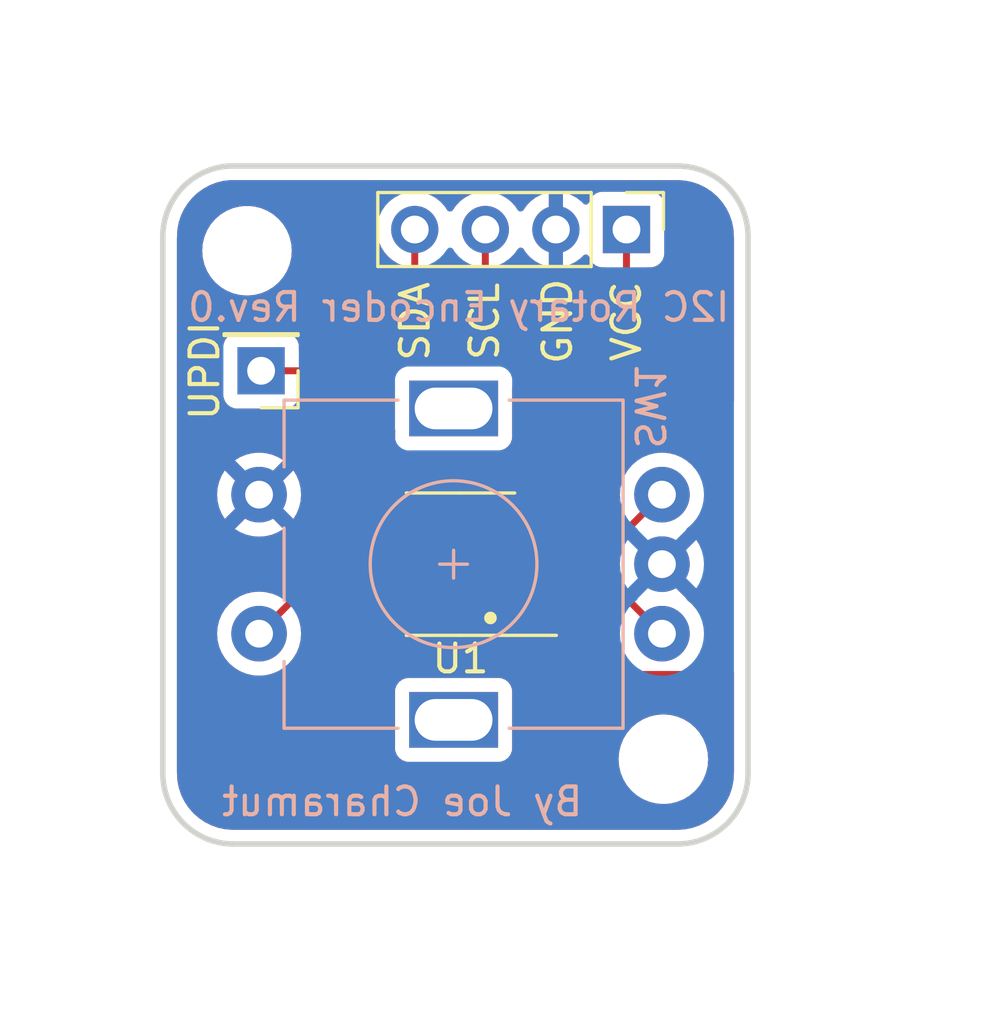
<source format=kicad_pcb>
(kicad_pcb (version 20211014) (generator pcbnew)
  (layers (0 "F.Cu" signal) (31 "B.Cu" signal) (34 "B.Paste" user) (35 "F.Paste" user) (36 "B.SilkS" user "B.Silkscreen") (37 "F.SilkS" user "F.Silkscreen") (38 "B.Mask" user) (39 "F.Mask" user) (44 "Edge.Cuts" user))
  (net 0 "")
  (net 1 "/VCC")
  (net 2 "/GND")
  (net 3 "/SDA")
  (net 4 "/SCL")
  (net 5 "/UPDI")
  (net 6 "Net-(SW1-PadS1)")
  (net 7 "Net-(U1-Pad3)")
  (net 8 "Net-(U1-Pad2)")
  (footprint "Connector_PinHeader_2.54mm:PinHeader_1x04_P2.54mm_Vertical" (layer "F.Cu") (at 35.248 26.67 -90)
    (fp_text reference "J1" hide)
    (fp_text value "Conn_01x04" hide)
    (fp_line (start -1.33 1.27) (end -1.33 8.95) (layer "F.SilkS") (width 0.12))
    (fp_line (start -1.33 -1.33) (end 0 -1.33) (layer "F.SilkS") (width 0.12))
    (fp_line (start 1.33 1.27) (end 1.33 8.95) (layer "F.SilkS") (width 0.12))
    (fp_line (start -1.33 8.95) (end 1.33 8.95) (layer "F.SilkS") (width 0.12))
    (fp_line (start -1.33 0) (end -1.33 -1.33) (layer "F.SilkS") (width 0.12))
    (fp_line (start -1.33 1.27) (end 1.33 1.27) (layer "F.SilkS") (width 0.12))
    (pad "1" thru_hole rect (at 0 0 270) (size 1.7 1.7) (drill 1) (layers *.Cu *.Mask) (net 1 "/VCC"))
    (pad "2" thru_hole oval (at 0 2.54 270) (size 1.7 1.7) (drill 1) (layers *.Cu *.Mask) (net 2 "/GND"))
    (pad "3" thru_hole oval (at 0 5.08 270) (size 1.7 1.7) (drill 1) (layers *.Cu *.Mask) (net 3 "/SDA"))
    (pad "4" thru_hole oval (at 0 7.62 270) (size 1.7 1.7) (drill 1) (layers *.Cu *.Mask) (net 4 "/SCL"))
  )
  (footprint "MountingHole:MountingHole_2.2mm_M2" (layer "F.Cu") (at 36.576 45.72)
    (fp_text reference "M1" hide)
    (fp_text value "MountingHole_2.2mm_M2" hide)
    (pad "" np_thru_hole circle (at 0 0) (size 2.2 2.2) (drill 2.2) (layers *.Cu *.Mask))
  )
  (footprint "MountingHole:MountingHole_2.2mm_M2" (layer "F.Cu") (at 21.59 27.432)
    (fp_text reference "M2" hide)
    (fp_text value "MountingHole_2.2mm_M2" hide)
    (pad "" np_thru_hole circle (at 0 0) (size 2.2 2.2) (drill 2.2) (layers *.Cu *.Mask))
  )
  (footprint "Connector_PinHeader_2.54mm:PinHeader_1x01_P2.54mm_Vertical" (layer "F.Cu") (at 22.098 31.75 180)
    (fp_text reference "J2" hide)
    (fp_text value "Conn_01x01" hide)
    (fp_line (start -1.33 -1.33) (end 0 -1.33) (layer "F.SilkS") (width 0.12))
    (fp_line (start -1.33 1.27) (end 1.33 1.27) (layer "F.SilkS") (width 0.12))
    (fp_line (start 1.33 1.27) (end 1.33 1.33) (layer "F.SilkS") (width 0.12))
    (fp_line (start -1.33 1.33) (end 1.33 1.33) (layer "F.SilkS") (width 0.12))
    (fp_line (start -1.33 1.27) (end -1.33 1.33) (layer "F.SilkS") (width 0.12))
    (fp_line (start -1.33 0) (end -1.33 -1.33) (layer "F.SilkS") (width 0.12))
    (pad "1" thru_hole rect (at 0 0 180) (size 1.7 1.7) (drill 1) (layers *.Cu *.Mask) (net 5 "/UPDI"))
  )
  (footprint "Package_SO:SOIC-8_3.9x4.9mm_P1.27mm" (layer "F.Cu") (at 29.275 38.705 180)
    (fp_text reference "U1" (at 0 -3.4) (layer "F.SilkS"))
    (fp_text value "ATtiny202-SS")
    (fp_line (start 0 2.56) (end 1.95 2.56) (layer "F.SilkS") (width 0.12))
    (fp_line (start 0 -2.56) (end -3.45 -2.56) (layer "F.SilkS") (width 0.12))
    (fp_line (start 0 2.56) (end -1.95 2.56) (layer "F.SilkS") (width 0.12))
    (fp_line (start 0 -2.56) (end 1.95 -2.56) (layer "F.SilkS") (width 0.12))
    (pad "1" smd roundrect (at -2.475 -1.905 180) (size 1.95 0.6) (layers "F.Cu" "F.Paste" "F.Mask") (net 1 "/VCC"))
    (pad "2" smd roundrect (at -2.475 -0.635 180) (size 1.95 0.6) (layers "F.Cu" "F.Paste" "F.Mask") (net 8 "Net-(U1-Pad2)"))
    (pad "3" smd roundrect (at -2.475 0.635 180) (size 1.95 0.6) (layers "F.Cu" "F.Paste" "F.Mask") (net 7 "Net-(U1-Pad3)"))
    (pad "4" smd roundrect (at -2.475 1.905 180) (size 1.95 0.6) (layers "F.Cu" "F.Paste" "F.Mask") (net 3 "/SDA"))
    (pad "5" smd roundrect (at 2.475 1.905 180) (size 1.95 0.6) (layers "F.Cu" "F.Paste" "F.Mask") (net 4 "/SCL"))
    (pad "6" smd roundrect (at 2.475 0.635 180) (size 1.95 0.6) (layers "F.Cu" "F.Paste" "F.Mask") (net 5 "/UPDI"))
    (pad "7" smd roundrect (at 2.475 -0.635 180) (size 1.95 0.6) (layers "F.Cu" "F.Paste" "F.Mask") (net 6 "Net-(SW1-PadS1)"))
    (pad "8" smd roundrect (at 2.475 -1.905 180) (size 1.95 0.6) (layers "F.Cu" "F.Paste" "F.Mask") (net 2 "/GND"))
  )
  (footprint "Rotary_Encoder:RotaryEncoder_Alps_EC11E-Switch_Vertical_H20mm" (layer "B.Cu") (at 36.525 36.205 180)
    (fp_text reference "SW1" (at 0.457 3.185 270 unlocked) (layer "B.SilkS") (effects (justify mirror)))
    (fp_text value "RotaryEncoder_Switch" hide)
    (fp_line (start 5.5 3.4) (end 1.4 3.4) (layer "B.SilkS") (width 0.12))
    (fp_line (start 7.5 -2) (end 7.5 -3) (layer "B.SilkS") (width 0.12))
    (fp_line (start 1.4 3.4) (end 1.4 -8.4) (layer "B.SilkS") (width 0.12))
    (fp_line (start 13.6 -1.2) (end 13.6 -3.8) (layer "B.SilkS") (width 0.12))
    (fp_line (start 9.5 3.4) (end 13.6 3.4) (layer "B.SilkS") (width 0.12))
    (fp_line (start 13.6 -6) (end 13.6 -8.4) (layer "B.SilkS") (width 0.12))
    (fp_line (start 5.5 -8.4) (end 1.4 -8.4) (layer "B.SilkS") (width 0.12))
    (fp_line (start 7 -2.5) (end 8 -2.5) (layer "B.SilkS") (width 0.12))
    (fp_line (start 13.6 -8.4) (end 9.5 -8.4) (layer "B.SilkS") (width 0.12))
    (fp_line (start 13.6 3.4) (end 13.6 1) (layer "B.SilkS") (width 0.12))
    (fp_circle (center 7.5 -2.5) (end 10.5 -2.5) (layer "B.SilkS") (width 0.12) (fill none))
    (pad "A" thru_hole circle (at 0 0 180) (size 2 2) (drill 1) (layers *.Cu *.Mask) (net 7 "Net-(U1-Pad3)"))
    (pad "B" thru_hole circle (at 0 -5 180) (size 2 2) (drill 1) (layers *.Cu *.Mask) (net 8 "Net-(U1-Pad2)"))
    (pad "C" thru_hole circle (at 0 -2.5 180) (size 2 2) (drill 1) (layers *.Cu *.Mask) (net 2 "/GND"))
    (pad "MP" thru_hole rect (at 7.5 -8.1 180) (size 3.2 2) (drill oval 2.8 1.5) (layers *.Cu *.Mask))
    (pad "MP" thru_hole rect (at 7.5 3.1 180) (size 3.2 2) (drill oval 2.8 1.5) (layers *.Cu *.Mask))
    (pad "S1" thru_hole circle (at 14.5 -5 180) (size 2 2) (drill 1) (layers *.Cu *.Mask) (net 6 "Net-(SW1-PadS1)"))
    (pad "S2" thru_hole circle (at 14.5 0 180) (size 2 2) (drill 1) (layers *.Cu *.Mask) (net 2 "/GND"))
  )
  (gr_circle (center 30.353 40.64) (end 30.48 40.64) (layer "F.SilkS") (width 0.2) (fill solid))
  (gr_arc (start 18.560051 26.924) (mid 19.253203 25.178478) (end 20.955 24.384) (layer "Edge.Cuts") (width 0.2))
  (gr_arc (start 21.082 48.768) (mid 19.297624 48.017682) (end 18.560051 46.228) (layer "Edge.Cuts") (width 0.2))
  (gr_line (start 18.560051 46.228) (end 18.560051 26.924) (layer "Edge.Cuts") (width 0.2))
  (gr_line (start 39.624 26.924) (end 39.624 46.228) (layer "Edge.Cuts") (width 0.2))
  (gr_arc (start 37.084 24.384) (mid 38.880051 25.127949) (end 39.624 26.924) (layer "Edge.Cuts") (width 0.2))
  (gr_arc (start 39.624 46.228) (mid 38.880051 48.024051) (end 37.084 48.768) (layer "Edge.Cuts") (width 0.2))
  (gr_line (start 37.084 48.768) (end 21.082 48.768) (layer "Edge.Cuts") (width 0.2))
  (gr_line (start 20.955 24.384) (end 37.084 24.384) (layer "Edge.Cuts") (width 0.2))
  (gr_text "I2C Rotary Encoder Rev.0" (at 29.21 29.464) (layer "B.SilkS") (effects (font (size 1 1)) (justify mirror)))
  (gr_text "By Joe Charamut" (at 27.178 47.244) (layer "B.SilkS") (effects (font (size 1 1)) (justify mirror)))
  (gr_text "VCC" (at 35.248 29.972 90) (layer "F.SilkS") (effects (font (size 1 1))))
  (gr_text "GND" (at 32.766 29.972 90) (layer "F.SilkS") (effects (font (size 1 1))))
  (gr_text "SDA" (at 27.6352 29.972 90) (layer "F.SilkS") (effects (font (size 1 1))))
  (gr_text "SCL" (at 30.138 29.972 90) (layer "F.SilkS") (effects (font (size 1 1))))
  (gr_text "UPDI" (at 20.066 31.75 90) (layer "F.SilkS") (effects (font (size 1 1))))
  (segment (start 32.99 40.61) (end 35.052 42.672) (width 0.25) (layer "F.Cu") (net 1))
  (segment (start 38.608 41.91) (end 38.608 33.528) (width 0.25) (layer "F.Cu") (net 1))
  (segment (start 35.248 30.168) (end 35.248 26.67) (width 0.25) (layer "F.Cu") (net 1))
  (segment (start 35.052 42.672) (end 37.846 42.672) (width 0.25) (layer "F.Cu") (net 1))
  (segment (start 38.608 33.528) (end 35.248 30.168) (width 0.25) (layer "F.Cu") (net 1))
  (segment (start 31.75 40.61) (end 32.99 40.61) (width 0.25) (layer "F.Cu") (net 1))
  (segment (start 37.846 42.672) (end 38.608 41.91) (width 0.25) (layer "F.Cu") (net 1))
  (segment (start 33.47 36.03) (end 33.47 33.47) (width 0.25) (layer "F.Cu") (net 3))
  (segment (start 32.7 36.8) (end 33.47 36.03) (width 0.25) (layer "F.Cu") (net 3))
  (segment (start 33.47 33.47) (end 30.168 30.168) (width 0.25) (layer "F.Cu") (net 3))
  (segment (start 30.168 30.168) (end 30.168 26.67) (width 0.25) (layer "F.Cu") (net 3))
  (segment (start 31.75 36.8) (end 32.7 36.8) (width 0.25) (layer "F.Cu") (net 3))
  (segment (start 26.8 33.912) (end 26.416 33.528) (width 0.25) (layer "F.Cu") (net 4))
  (segment (start 26.416 29.464) (end 27.628 28.252) (width 0.25) (layer "F.Cu") (net 4))
  (segment (start 26.416 33.528) (end 26.416 29.464) (width 0.25) (layer "F.Cu") (net 4))
  (segment (start 27.628 28.252) (end 27.628 26.67) (width 0.25) (layer "F.Cu") (net 4))
  (segment (start 26.8 36.8) (end 26.8 33.912) (width 0.25) (layer "F.Cu") (net 4))
  (segment (start 23.876 31.75) (end 22.098 31.75) (width 0.25) (layer "F.Cu") (net 5))
  (segment (start 25.985 38.07) (end 24.892 36.977) (width 0.25) (layer "F.Cu") (net 5))
  (segment (start 26.8 38.07) (end 25.985 38.07) (width 0.25) (layer "F.Cu") (net 5))
  (segment (start 24.892 32.766) (end 23.876 31.75) (width 0.25) (layer "F.Cu") (net 5))
  (segment (start 24.892 36.977) (end 24.892 32.766) (width 0.25) (layer "F.Cu") (net 5))
  (segment (start 23.89 39.34) (end 26.8 39.34) (width 0.25) (layer "F.Cu") (net 6))
  (segment (start 22.025 41.205) (end 23.89 39.34) (width 0.25) (layer "F.Cu") (net 6))
  (segment (start 34.66 38.07) (end 36.525 36.205) (width 0.25) (layer "F.Cu") (net 7))
  (segment (start 31.75 38.07) (end 34.66 38.07) (width 0.25) (layer "F.Cu") (net 7))
  (segment (start 34.66 39.34) (end 31.75 39.34) (width 0.25) (layer "F.Cu") (net 8))
  (segment (start 36.525 41.205) (end 34.66 39.34) (width 0.25) (layer "F.Cu") (net 8))
  (zone (net 2) (net_name "/GND") (layer "F.Cu") (connect_pads (clearance 0.508)) (min_thickness 0.254) (fill yes (thermal_gap 0.508) (thermal_bridge_width 0.508))
    (polygon (pts (xy 48.26 55.245) (xy 12.7 55.245) (xy 12.7 18.415) (xy 48.26 18.415)))
  )
  (zone (net 2) (net_name "/GND") (layer "B.Cu") (connect_pads (clearance 0.508)) (min_thickness 0.254) (fill yes (thermal_gap 0.508) (thermal_bridge_width 0.508))
    (polygon (pts (xy 48.26 55.245) (xy 12.7 55.245) (xy 12.7 18.415) (xy 48.26 18.415)))
  )
)
</source>
